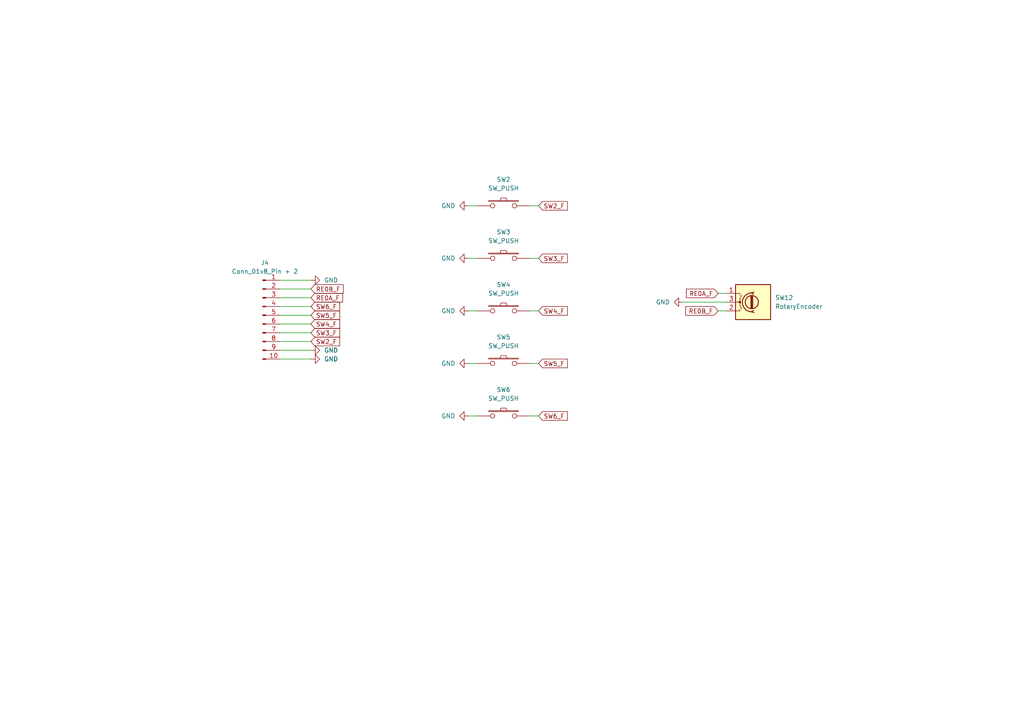
<source format=kicad_sch>
(kicad_sch (version 20230121) (generator eeschema)
  (paper "A4")
  (lib_symbols
    (symbol "Connector:Conn_01x10_Pin" (pin_names (offset 1.016) hide)
      (property "Reference" "J" (at 0 12.7 0))
      (property "Value" "Conn_01x10_Pin" (at 0 -15.24 0))
      (symbol "Conn_01x10_Pin_1_1"
        (polyline (pts (xy 1.27 -12.7) (xy 0.8636 -12.7)) (stroke (width 0.1524)))
        (polyline (pts (xy 1.27 -10.16) (xy 0.8636 -10.16)) (stroke (width 0.1524)))
        (polyline (pts (xy 1.27 -7.62) (xy 0.8636 -7.62)) (stroke (width 0.1524)))
        (polyline (pts (xy 1.27 -5.08) (xy 0.8636 -5.08)) (stroke (width 0.1524)))
        (polyline (pts (xy 1.27 -2.54) (xy 0.8636 -2.54)) (stroke (width 0.1524)))
        (polyline (pts (xy 1.27 0) (xy 0.8636 0)) (stroke (width 0.1524)))
        (polyline (pts (xy 1.27 2.54) (xy 0.8636 2.54)) (stroke (width 0.1524)))
        (polyline (pts (xy 1.27 5.08) (xy 0.8636 5.08)) (stroke (width 0.1524)))
        (polyline (pts (xy 1.27 7.62) (xy 0.8636 7.62)) (stroke (width 0.1524)))
        (polyline (pts (xy 1.27 10.16) (xy 0.8636 10.16)) (stroke (width 0.1524)))
        (rectangle (start 0.8636 -12.573) (end 0 -12.827) (stroke (width 0.1524)) (fill (type outline)))
        (rectangle (start 0.8636 -10.033) (end 0 -10.287) (stroke (width 0.1524)) (fill (type outline)))
        (rectangle (start 0.8636 -7.493) (end 0 -7.747) (stroke (width 0.1524)) (fill (type outline)))
        (rectangle (start 0.8636 -4.953) (end 0 -5.207) (stroke (width 0.1524)) (fill (type outline)))
        (rectangle (start 0.8636 -2.413) (end 0 -2.667) (stroke (width 0.1524)) (fill (type outline)))
        (rectangle (start 0.8636 0.127) (end 0 -0.127) (stroke (width 0.1524)) (fill (type outline)))
        (rectangle (start 0.8636 2.667) (end 0 2.413) (stroke (width 0.1524)) (fill (type outline)))
        (rectangle (start 0.8636 5.207) (end 0 4.953) (stroke (width 0.1524)) (fill (type outline)))
        (rectangle (start 0.8636 7.747) (end 0 7.493) (stroke (width 0.1524)) (fill (type outline)))
        (rectangle (start 0.8636 10.287) (end 0 10.033) (stroke (width 0.1524)) (fill (type outline)))
        (pin passive line (at 5.08 10.16 180) (length 3.81) (name "Pin_1") (number "1"))
        (pin passive line (at 5.08 -12.7 180) (length 3.81) (name "Pin_10") (number "10"))
        (pin passive line (at 5.08 7.62 180) (length 3.81) (name "Pin_2") (number "2"))
        (pin passive line (at 5.08 5.08 180) (length 3.81) (name "Pin_3") (number "3"))
        (pin passive line (at 5.08 2.54 180) (length 3.81) (name "Pin_4") (number "4"))
        (pin passive line (at 5.08 0 180) (length 3.81) (name "Pin_5") (number "5"))
        (pin passive line (at 5.08 -2.54 180) (length 3.81) (name "Pin_6") (number "6"))
        (pin passive line (at 5.08 -5.08 180) (length 3.81) (name "Pin_7") (number "7"))
        (pin passive line (at 5.08 -7.62 180) (length 3.81) (name "Pin_8") (number "8"))
        (pin passive line (at 5.08 -10.16 180) (length 3.81) (name "Pin_9") (number "9"))
      )
    )
    (symbol "Device:RotaryEncoder" (pin_names (offset 0.254) hide)
      (property "Reference" "SW12" (at 6.35 1.27 0))
      (property "Value" "RotaryEncoder" (at 6.35 -1.27 0))
      (symbol "RotaryEncoder_0_1"
        (rectangle (start -5.08 5.08) (end 5.08 -5.08) (stroke (width 0.254)) (fill (type background)))
        (circle (center -3.81 0) (radius 0.254) (fill (type outline)))
        (circle (center -0.381 0) (radius 1.905) (stroke (width 0.254)))
        (arc (start -0.381 2.667) (mid -3.0988 -0.0635) (end -0.381 -2.794) (stroke (width 0.254)))
        (polyline (pts (xy -0.635 -1.778) (xy -0.635 1.778)) (stroke (width 0.254)))
        (polyline (pts (xy -0.381 -1.778) (xy -0.381 1.778)) (stroke (width 0.254)))
        (polyline (pts (xy -0.127 1.778) (xy -0.127 -1.778)) (stroke (width 0.254)))
        (polyline (pts (xy -5.08 -2.54) (xy -3.81 -2.54) (xy -3.81 -2.032)))
        (polyline (pts (xy -5.08 2.54) (xy -3.81 2.54) (xy -3.81 2.032)))
        (polyline (pts (xy 0.254 -3.048) (xy -0.508 -2.794) (xy 0.127 -2.413)) (stroke (width 0.254)))
        (polyline (pts (xy 0.254 2.921) (xy -0.508 2.667) (xy 0.127 2.286)) (stroke (width 0.254)))
        (polyline (pts (xy -5.08 0) (xy -3.81 0) (xy -3.81 -1.016) (xy -3.302 -2.032)))
        (polyline (pts (xy -4.318 0) (xy -3.81 0) (xy -3.81 1.016) (xy -3.302 2.032)))
      )
      (symbol "RotaryEncoder_1_1"
        (pin passive line (at -7.62 2.54 0) (length 2.54) (name "A") (number "1"))
        (pin passive line (at -7.62 -2.54 0) (length 2.54) (name "2") (number "2"))
        (pin passive line (at -7.62 0 0) (length 2.54) (name "3") (number "3"))
      )
    )
    (symbol "kbd:SW_PUSH" (pin_numbers hide) (pin_names (offset 1.016) hide)
      (property "Reference" "SW" (at 3.81 2.794 0))
      (property "Value" "SW_PUSH" (at 0 -2.032 0))
      (symbol "SW_PUSH_0_1"
        (rectangle (start -4.318 1.27) (end 4.318 1.524))
        (polyline (pts (xy -1.016 1.524) (xy -0.762 2.286) (xy 0.762 2.286) (xy 1.016 1.524)))
        (pin passive inverted (at -7.62 0 0) (length 5.08) (name "1") (number "1"))
        (pin passive inverted (at 7.62 0 180) (length 5.08) (name "2") (number "2"))
      )
    )
    (symbol "power:GND" (power) (pin_names (offset 0))
      (property "Value" "GND" (at 0 -3.81 0))
      (symbol "GND_0_1"
        (polyline (pts (xy 0 0) (xy 0 -1.27) (xy 1.27 -1.27) (xy 0 -2.54) (xy -1.27 -1.27) (xy 0 -1.27)))
      )
      (symbol "GND_1_1"
        (pin power_in line (at 0 0 270) (length 0) hide (name "GND") (number "1"))
      )
    )
  )
  (wire (pts (xy 135.89 120.65) (xy 138.43 120.65)))
  (wire (pts (xy 81.28 91.44) (xy 90.17 91.44)))
  (wire (pts (xy 81.28 101.6) (xy 90.17 101.6)))
  (wire (pts (xy 81.28 99.06) (xy 90.17 99.06)))
  (wire (pts (xy 153.67 90.17) (xy 156.21 90.17)))
  (wire (pts (xy 81.28 83.82) (xy 90.17 83.82)))
  (wire (pts (xy 153.67 120.65) (xy 156.21 120.65)))
  (wire (pts (xy 208.28 90.17) (xy 210.82 90.17)))
  (wire (pts (xy 81.28 96.52) (xy 90.17 96.52)))
  (wire (pts (xy 81.28 81.28) (xy 90.17 81.28)))
  (wire (pts (xy 198.12 87.63) (xy 210.82 87.63)))
  (wire (pts (xy 81.28 93.98) (xy 90.17 93.98)))
  (wire (pts (xy 208.28 85.09) (xy 210.82 85.09)))
  (wire (pts (xy 153.67 105.41) (xy 156.21 105.41)))
  (wire (pts (xy 135.89 74.93) (xy 138.43 74.93)))
  (wire (pts (xy 153.67 74.93) (xy 156.21 74.93)))
  (wire (pts (xy 81.28 104.14) (xy 90.17 104.14)))
  (wire (pts (xy 135.89 105.41) (xy 138.43 105.41)))
  (wire (pts (xy 135.89 90.17) (xy 138.43 90.17)))
  (wire (pts (xy 81.28 88.9) (xy 90.17 88.9)))
  (wire (pts (xy 135.89 59.69) (xy 138.43 59.69)))
  (wire (pts (xy 81.28 86.36) (xy 90.17 86.36)))
  (wire (pts (xy 153.67 59.69) (xy 156.21 59.69)))
  (global_label "RE0A_F" (shape input) (at 90.17 86.36 0) (property "Intersheetrefs" "${INTERSHEET_REFS}" (effects hide)))
  (global_label "SW3_F" (shape input) (at 156.21 74.93 0) (property "Intersheetrefs" "${INTERSHEET_REFS}" (effects hide)))
  (global_label "RE0A_F" (shape input) (at 208.28 85.09 180) (property "Intersheetrefs" "${INTERSHEET_REFS}" (effects hide)))
  (global_label "SW6_F" (shape input) (at 156.21 120.65 0) (property "Intersheetrefs" "${INTERSHEET_REFS}" (effects hide)))
  (global_label "SW4_F" (shape input) (at 90.17 93.98 0) (property "Intersheetrefs" "${INTERSHEET_REFS}" (effects hide)))
  (global_label "SW5_F" (shape input) (at 156.21 105.41 0) (property "Intersheetrefs" "${INTERSHEET_REFS}" (effects hide)))
  (global_label "SW3_F" (shape input) (at 90.17 96.52 0) (property "Intersheetrefs" "${INTERSHEET_REFS}" (effects hide)))
  (global_label "RE0B_F" (shape input) (at 90.17 83.82 0) (property "Intersheetrefs" "${INTERSHEET_REFS}" (effects hide)))
  (global_label "RE0B_F" (shape input) (at 208.28 90.17 180) (property "Intersheetrefs" "${INTERSHEET_REFS}" (effects hide)))
  (global_label "SW6_F" (shape input) (at 90.17 88.9 0) (property "Intersheetrefs" "${INTERSHEET_REFS}" (effects hide)))
  (global_label "SW4_F" (shape input) (at 156.21 90.17 0) (property "Intersheetrefs" "${INTERSHEET_REFS}" (effects hide)))
  (global_label "SW2_F" (shape input) (at 156.21 59.69 0) (property "Intersheetrefs" "${INTERSHEET_REFS}" (effects hide)))
  (global_label "SW5_F" (shape input) (at 90.17 91.44 0) (property "Intersheetrefs" "${INTERSHEET_REFS}" (effects hide)))
  (global_label "SW2_F" (shape input) (at 90.17 99.06 0) (property "Intersheetrefs" "${INTERSHEET_REFS}" (effects hide)))
  (symbol (lib_id "kbd:SW_PUSH") (at 146.05 90.17 0) (unit 1)
    (property "Reference" "SW4" (at 146.05 82.55 0))
    (property "Value" "SW_PUSH" (at 146.05 85.09 0))
    (property "Footprint" "0:SW-TH_L6.2-W6.2-P5.00" (effects hide))
  )
  (symbol (lib_id "kbd:SW_PUSH") (at 146.05 105.41 0) (unit 1)
    (property "Reference" "SW5" (at 146.05 97.79 0))
    (property "Value" "SW_PUSH" (at 146.05 100.33 0))
    (property "Footprint" "0:SW-TH_L6.2-W6.2-P5.00" (effects hide))
  )
  (symbol (lib_id "power:GND") (at 198.12 87.63 270) (unit 1)
    (property "Reference" "#PWR042" (effects hide))
    (property "Value" "GND" (at 194.31 87.63 90) (effects (justify right)))
  )
  (symbol (lib_id "kbd:SW_PUSH") (at 146.05 120.65 0) (unit 1)
    (property "Reference" "SW6" (at 146.05 113.03 0))
    (property "Value" "SW_PUSH" (at 146.05 115.57 0))
    (property "Footprint" "0:SW-TH_L6.2-W6.2-P5.00" (effects hide))
  )
  (symbol (lib_id "kbd:SW_PUSH") (at 146.05 74.93 0) (unit 1)
    (property "Reference" "SW3" (at 146.05 67.31 0))
    (property "Value" "SW_PUSH" (at 146.05 69.85 0))
    (property "Footprint" "0:SW-TH_L6.2-W6.2-P5.00" (effects hide))
  )
  (symbol (lib_id "power:GND") (at 135.89 59.69 270) (unit 1)
    (property "Reference" "#PWR06" (effects hide))
    (property "Value" "GND" (at 132.08 59.69 90) (effects (justify right)))
  )
  (symbol (lib_id "kbd:SW_PUSH") (at 146.05 59.69 0) (unit 1)
    (property "Reference" "SW2" (at 146.05 52.07 0))
    (property "Value" "SW_PUSH" (at 146.05 54.61 0))
    (property "Footprint" "0:SW-TH_L6.2-W6.2-P5.00" (effects hide))
  )
  (symbol (lib_id "power:GND") (at 135.89 120.65 270) (unit 1)
    (property "Reference" "#PWR041" (effects hide))
    (property "Value" "GND" (at 132.08 120.65 90) (effects (justify right)))
  )
  (symbol (lib_id "Connector:Conn_01x10_Pin") (at 76.2 91.44 0) (unit 1)
    (property "Reference" "J4" (at 76.835 76.2 0))
    (property "Value" "Conn_01x8_Pin + 2" (at 76.835 78.74 0))
    (property "Footprint" "0:FFCｺﾈｸﾀ_FPC-SMD_P0.50-8P_FGS-XJ-H2.0" (effects hide))
    (property "LCSC" "C262264" (effects hide))
  )
  (symbol (lib_id "power:GND") (at 90.17 101.6 90) (mirror x) (unit 1)
    (property "Reference" "#PWR03" (effects hide))
    (property "Value" "GND" (at 93.98 101.6 90) (effects (justify right)))
  )
  (symbol (lib_id "power:GND") (at 135.89 105.41 270) (unit 1)
    (property "Reference" "#PWR034" (effects hide))
    (property "Value" "GND" (at 132.08 105.41 90) (effects (justify right)))
  )
  (symbol (lib_id "power:GND") (at 135.89 74.93 270) (unit 1)
    (property "Reference" "#PWR029" (effects hide))
    (property "Value" "GND" (at 132.08 74.93 90) (effects (justify right)))
  )
  (symbol (lib_id "power:GND") (at 135.89 90.17 270) (unit 1)
    (property "Reference" "#PWR031" (effects hide))
    (property "Value" "GND" (at 132.08 90.17 90) (effects (justify right)))
  )
  (symbol (lib_id "Device:RotaryEncoder") (at 218.44 87.63 0) (unit 1)
    (property "Reference" "SW12" (at 224.79 86.36 0) (effects (justify left)))
    (property "Value" "RotaryEncoder" (at 224.79 88.9 0) (effects (justify left)))
    (property "Footprint" "0:SW-TH_CEN971112R02" (effects hide))
  )
  (symbol (lib_id "power:GND") (at 90.17 104.14 90) (mirror x) (unit 1)
    (property "Reference" "#PWR04" (effects hide))
    (property "Value" "GND" (at 93.98 104.14 90) (effects (justify right)))
  )
  (symbol (lib_id "power:GND") (at 90.17 81.28 90) (mirror x) (unit 1)
    (property "Reference" "#PWR02" (effects hide))
    (property "Value" "GND" (at 93.98 81.28 90) (effects (justify right)))
  )
)
</source>
